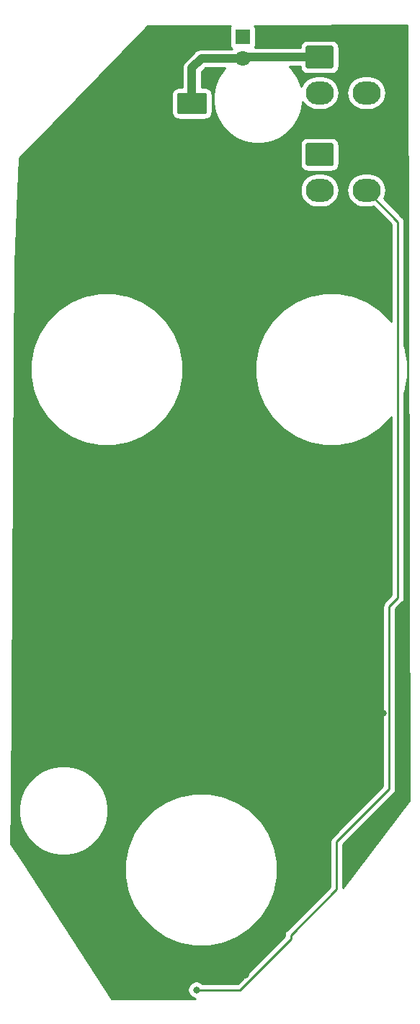
<source format=gbr>
%TF.GenerationSoftware,KiCad,Pcbnew,(5.1.6)-1*%
%TF.CreationDate,2020-12-18T17:52:59+11:00*%
%TF.ProjectId,APU Panel PCB V2,41505520-5061-46e6-956c-205043422056,rev?*%
%TF.SameCoordinates,Original*%
%TF.FileFunction,Copper,L2,Bot*%
%TF.FilePolarity,Positive*%
%FSLAX46Y46*%
G04 Gerber Fmt 4.6, Leading zero omitted, Abs format (unit mm)*
G04 Created by KiCad (PCBNEW (5.1.6)-1) date 2020-12-18 17:52:59*
%MOMM*%
%LPD*%
G01*
G04 APERTURE LIST*
%TA.AperFunction,ComponentPad*%
%ADD10O,3.300000X2.700000*%
%TD*%
%TA.AperFunction,ComponentPad*%
%ADD11C,1.800000*%
%TD*%
%TA.AperFunction,ComponentPad*%
%ADD12R,1.800000X1.800000*%
%TD*%
%TA.AperFunction,ViaPad*%
%ADD13C,0.800000*%
%TD*%
%TA.AperFunction,Conductor*%
%ADD14C,1.000000*%
%TD*%
%TA.AperFunction,Conductor*%
%ADD15C,0.250000*%
%TD*%
%TA.AperFunction,Conductor*%
%ADD16C,0.254000*%
%TD*%
G04 APERTURE END LIST*
D10*
%TO.P,J2,4*%
%TO.N,/DATAOUT*%
X110539160Y-74870420D03*
%TO.P,J2,3*%
%TO.N,/LEDGND*%
X110539160Y-70670420D03*
%TO.P,J2,2*%
%TO.N,/LED+5V*%
X105039160Y-74870420D03*
%TO.P,J2,1*%
%TA.AperFunction,ComponentPad*%
G36*
G01*
X103639161Y-69320420D02*
X106439159Y-69320420D01*
G75*
G02*
X106689160Y-69570421I0J-250001D01*
G01*
X106689160Y-71770419D01*
G75*
G02*
X106439159Y-72020420I-250001J0D01*
G01*
X103639161Y-72020420D01*
G75*
G02*
X103389160Y-71770419I0J250001D01*
G01*
X103389160Y-69570421D01*
G75*
G02*
X103639161Y-69320420I250001J0D01*
G01*
G37*
%TD.AperFunction*%
%TD*%
%TO.P,J1,4*%
%TO.N,/DATAIN*%
X110539160Y-63427720D03*
%TO.P,J1,3*%
%TO.N,/LEDGND*%
X110539160Y-59227720D03*
%TO.P,J1,2*%
%TO.N,/LED+5V*%
X105039160Y-63427720D03*
%TO.P,J1,1*%
%TA.AperFunction,ComponentPad*%
G36*
G01*
X103639161Y-57877720D02*
X106439159Y-57877720D01*
G75*
G02*
X106689160Y-58127721I0J-250001D01*
G01*
X106689160Y-60327719D01*
G75*
G02*
X106439159Y-60577720I-250001J0D01*
G01*
X103639161Y-60577720D01*
G75*
G02*
X103389160Y-60327719I0J250001D01*
G01*
X103389160Y-58127721D01*
G75*
G02*
X103639161Y-57877720I250001J0D01*
G01*
G37*
%TD.AperFunction*%
%TD*%
D11*
%TO.P,D21,2*%
%TO.N,/LED+5V*%
X95999300Y-59395360D03*
D12*
%TO.P,D21,1*%
%TO.N,Net-(D21-Pad1)*%
X95999300Y-56855360D03*
%TD*%
%TO.P,C1,2*%
%TO.N,/LEDGND*%
%TA.AperFunction,SMDPad,CuDef*%
G36*
G01*
X85290460Y-63673480D02*
X85290460Y-65673480D01*
G75*
G02*
X85040460Y-65923480I-250000J0D01*
G01*
X82040460Y-65923480D01*
G75*
G02*
X81790460Y-65673480I0J250000D01*
G01*
X81790460Y-63673480D01*
G75*
G02*
X82040460Y-63423480I250000J0D01*
G01*
X85040460Y-63423480D01*
G75*
G02*
X85290460Y-63673480I0J-250000D01*
G01*
G37*
%TD.AperFunction*%
%TO.P,C1,1*%
%TO.N,/LED+5V*%
%TA.AperFunction,SMDPad,CuDef*%
G36*
G01*
X91790460Y-63673480D02*
X91790460Y-65673480D01*
G75*
G02*
X91540460Y-65923480I-250000J0D01*
G01*
X88540460Y-65923480D01*
G75*
G02*
X88290460Y-65673480I0J250000D01*
G01*
X88290460Y-63673480D01*
G75*
G02*
X88540460Y-63423480I250000J0D01*
G01*
X91540460Y-63423480D01*
G75*
G02*
X91790460Y-63673480I0J-250000D01*
G01*
G37*
%TD.AperFunction*%
%TD*%
D13*
%TO.N,/LEDGND*%
X96393000Y-166987220D03*
X82016600Y-164195760D03*
X100944680Y-158224220D03*
X82181800Y-142151000D03*
X91795600Y-142283180D03*
X99982020Y-142242540D03*
X107965240Y-142295880D03*
X71262240Y-136362440D03*
X112514380Y-136253220D03*
X83822540Y-110878620D03*
X87579200Y-133637020D03*
X97312480Y-134157720D03*
X106609080Y-134391200D03*
X112892840Y-88516460D03*
X91564460Y-78325980D03*
X100189200Y-78179760D03*
X89484100Y-84734300D03*
X80837500Y-155587500D03*
X72600000Y-88450000D03*
%TO.N,/DATAOUT*%
X90556080Y-168752520D03*
%TD*%
D14*
%TO.N,/LED+5V*%
X90040460Y-64673480D02*
X90040460Y-60535820D01*
X91180920Y-59395360D02*
X95999300Y-59395360D01*
X90040460Y-60535820D02*
X91180920Y-59395360D01*
X96166940Y-59227720D02*
X95999300Y-59395360D01*
X105039160Y-59227720D02*
X96166940Y-59227720D01*
D15*
%TO.N,/DATAOUT*%
X114254280Y-122689282D02*
X114254280Y-78585540D01*
X113239381Y-123704181D02*
X114254280Y-122689282D01*
X107025440Y-151373840D02*
X113239381Y-145159899D01*
X95700702Y-168752520D02*
X101669681Y-162783541D01*
X101669681Y-162783541D02*
X101669681Y-162317599D01*
X90556080Y-168752520D02*
X95700702Y-168752520D01*
X113239381Y-145159899D02*
X113239381Y-123704181D01*
X101669681Y-162317599D02*
X107025440Y-156961840D01*
X114254280Y-78585540D02*
X110539160Y-74870420D01*
X107025440Y-156961840D02*
X107025440Y-151373840D01*
%TD*%
D16*
%TO.N,/LEDGND*%
G36*
X115569787Y-146489330D02*
G01*
X107785440Y-156758512D01*
X107785440Y-151688641D01*
X113750385Y-145723697D01*
X113779382Y-145699900D01*
X113874355Y-145584175D01*
X113944927Y-145452146D01*
X113988384Y-145308885D01*
X113999381Y-145197232D01*
X113999381Y-145197224D01*
X114003057Y-145159899D01*
X113999381Y-145122574D01*
X113999381Y-124018982D01*
X114765284Y-123253080D01*
X114794281Y-123229283D01*
X114847710Y-123164180D01*
X114889254Y-123113559D01*
X114959826Y-122981529D01*
X114967819Y-122955178D01*
X115003283Y-122838268D01*
X115014280Y-122726615D01*
X115014280Y-122726605D01*
X115017956Y-122689282D01*
X115014280Y-122651959D01*
X115014280Y-98609088D01*
X115058018Y-98503495D01*
X115402999Y-96769158D01*
X115402999Y-95000844D01*
X115058018Y-93266507D01*
X115014280Y-93160914D01*
X115014280Y-78622862D01*
X115017956Y-78585539D01*
X115014280Y-78548216D01*
X115014280Y-78548207D01*
X115003283Y-78436554D01*
X114959826Y-78293293D01*
X114889254Y-78161263D01*
X114818079Y-78074537D01*
X114794281Y-78045539D01*
X114765283Y-78021741D01*
X112575809Y-75832268D01*
X112681934Y-75633722D01*
X112795438Y-75259548D01*
X112833764Y-74870420D01*
X112795438Y-74481292D01*
X112681934Y-74107118D01*
X112497613Y-73762277D01*
X112249558Y-73460022D01*
X111947303Y-73211967D01*
X111602462Y-73027646D01*
X111228288Y-72914142D01*
X110936670Y-72885420D01*
X110141650Y-72885420D01*
X109850032Y-72914142D01*
X109475858Y-73027646D01*
X109131017Y-73211967D01*
X108828762Y-73460022D01*
X108580707Y-73762277D01*
X108396386Y-74107118D01*
X108282882Y-74481292D01*
X108244556Y-74870420D01*
X108282882Y-75259548D01*
X108396386Y-75633722D01*
X108580707Y-75978563D01*
X108828762Y-76280818D01*
X109131017Y-76528873D01*
X109475858Y-76713194D01*
X109850032Y-76826698D01*
X110141650Y-76855420D01*
X110936670Y-76855420D01*
X111228288Y-76826698D01*
X111375869Y-76781930D01*
X113494281Y-78900343D01*
X113494281Y-90305259D01*
X113398890Y-90162497D01*
X112148503Y-88912110D01*
X110678203Y-87929687D01*
X109044493Y-87252982D01*
X107310156Y-86908001D01*
X105541842Y-86908001D01*
X103807505Y-87252982D01*
X102173795Y-87929687D01*
X100703495Y-88912110D01*
X99453108Y-90162497D01*
X98470685Y-91632797D01*
X97793980Y-93266507D01*
X97448999Y-95000844D01*
X97448999Y-96769158D01*
X97793980Y-98503495D01*
X98470685Y-100137205D01*
X99453108Y-101607505D01*
X100703495Y-102857892D01*
X102173795Y-103840315D01*
X103807505Y-104517020D01*
X105541842Y-104862001D01*
X107310156Y-104862001D01*
X109044493Y-104517020D01*
X110678203Y-103840315D01*
X112148503Y-102857892D01*
X113398890Y-101607505D01*
X113494280Y-101464743D01*
X113494280Y-122374480D01*
X112728379Y-123140382D01*
X112699381Y-123164180D01*
X112675583Y-123193178D01*
X112675582Y-123193179D01*
X112604407Y-123279905D01*
X112533835Y-123411935D01*
X112490379Y-123555196D01*
X112475705Y-123704181D01*
X112479382Y-123741514D01*
X112479381Y-144845097D01*
X106514438Y-150810041D01*
X106485440Y-150833839D01*
X106461642Y-150862837D01*
X106461641Y-150862838D01*
X106390466Y-150949564D01*
X106319894Y-151081594D01*
X106276438Y-151224855D01*
X106261764Y-151373840D01*
X106265441Y-151411172D01*
X106265440Y-156647038D01*
X101158679Y-161753800D01*
X101129681Y-161777598D01*
X101034707Y-161893323D01*
X100964135Y-162025352D01*
X100920678Y-162168613D01*
X100909681Y-162280266D01*
X100909681Y-162280277D01*
X100906005Y-162317599D01*
X100909681Y-162354921D01*
X100909681Y-162468739D01*
X95385901Y-167992520D01*
X91259791Y-167992520D01*
X91215854Y-167948583D01*
X91046336Y-167835315D01*
X90857978Y-167757294D01*
X90658019Y-167717520D01*
X90454141Y-167717520D01*
X90254182Y-167757294D01*
X90065824Y-167835315D01*
X89896306Y-167948583D01*
X89752143Y-168092746D01*
X89638875Y-168262264D01*
X89560854Y-168450622D01*
X89521080Y-168650581D01*
X89521080Y-168854459D01*
X89560854Y-169054418D01*
X89638875Y-169242776D01*
X89752143Y-169412294D01*
X89896306Y-169556457D01*
X90065824Y-169669725D01*
X90254182Y-169747746D01*
X90386171Y-169774000D01*
X80621804Y-169774000D01*
X70178967Y-153738344D01*
X82145500Y-153738344D01*
X82145500Y-155506658D01*
X82490481Y-157240995D01*
X83167186Y-158874705D01*
X84149609Y-160345005D01*
X85399996Y-161595392D01*
X86870296Y-162577815D01*
X88504006Y-163254520D01*
X90238343Y-163599501D01*
X92006657Y-163599501D01*
X93740994Y-163254520D01*
X95374704Y-162577815D01*
X96845004Y-161595392D01*
X98095391Y-160345005D01*
X99077814Y-158874705D01*
X99754519Y-157240995D01*
X100099500Y-155506658D01*
X100099500Y-153738344D01*
X99754519Y-152004007D01*
X99077814Y-150370297D01*
X98095391Y-148899997D01*
X96845004Y-147649610D01*
X95374704Y-146667187D01*
X93740994Y-145990482D01*
X92006657Y-145645501D01*
X90238343Y-145645501D01*
X88504006Y-145990482D01*
X86870296Y-146667187D01*
X85399996Y-147649610D01*
X84149609Y-148899997D01*
X83167186Y-150370297D01*
X82490481Y-152004007D01*
X82145500Y-153738344D01*
X70178967Y-153738344D01*
X68784262Y-151596685D01*
X68817163Y-147181262D01*
X69652999Y-147181262D01*
X69652999Y-148220740D01*
X69855791Y-149240245D01*
X70253582Y-150200598D01*
X70831086Y-151064892D01*
X71566108Y-151799914D01*
X72430402Y-152377418D01*
X73390755Y-152775209D01*
X74410260Y-152978001D01*
X75449738Y-152978001D01*
X76469243Y-152775209D01*
X77429596Y-152377418D01*
X78293890Y-151799914D01*
X79028912Y-151064892D01*
X79606416Y-150200598D01*
X80004207Y-149240245D01*
X80206999Y-148220740D01*
X80206999Y-147181262D01*
X80004207Y-146161757D01*
X79606416Y-145201404D01*
X79028912Y-144337110D01*
X78293890Y-143602088D01*
X77429596Y-143024584D01*
X76469243Y-142626793D01*
X75449738Y-142424001D01*
X74410260Y-142424001D01*
X73390755Y-142626793D01*
X72430402Y-143024584D01*
X71566108Y-143602088D01*
X70831086Y-144337110D01*
X70253582Y-145201404D01*
X69855791Y-146161757D01*
X69652999Y-147181262D01*
X68817163Y-147181262D01*
X69205988Y-95000844D01*
X71033000Y-95000844D01*
X71033000Y-96769158D01*
X71377981Y-98503495D01*
X72054686Y-100137205D01*
X73037109Y-101607505D01*
X74287496Y-102857892D01*
X75757796Y-103840315D01*
X77391506Y-104517020D01*
X79125843Y-104862001D01*
X80894157Y-104862001D01*
X82628494Y-104517020D01*
X84262204Y-103840315D01*
X85732504Y-102857892D01*
X86982891Y-101607505D01*
X87965314Y-100137205D01*
X88642019Y-98503495D01*
X88987000Y-96769158D01*
X88987000Y-95000844D01*
X88642019Y-93266507D01*
X87965314Y-91632797D01*
X86982891Y-90162497D01*
X85732504Y-88912110D01*
X84262204Y-87929687D01*
X82628494Y-87252982D01*
X80894157Y-86908001D01*
X79125843Y-86908001D01*
X77391506Y-87252982D01*
X75757796Y-87929687D01*
X74287496Y-88912110D01*
X73037109Y-90162497D01*
X72054686Y-91632797D01*
X71377981Y-93266507D01*
X71033000Y-95000844D01*
X69205988Y-95000844D01*
X69290702Y-83632339D01*
X69638397Y-74870420D01*
X102744556Y-74870420D01*
X102782882Y-75259548D01*
X102896386Y-75633722D01*
X103080707Y-75978563D01*
X103328762Y-76280818D01*
X103631017Y-76528873D01*
X103975858Y-76713194D01*
X104350032Y-76826698D01*
X104641650Y-76855420D01*
X105436670Y-76855420D01*
X105728288Y-76826698D01*
X106102462Y-76713194D01*
X106447303Y-76528873D01*
X106749558Y-76280818D01*
X106997613Y-75978563D01*
X107181934Y-75633722D01*
X107295438Y-75259548D01*
X107333764Y-74870420D01*
X107295438Y-74481292D01*
X107181934Y-74107118D01*
X106997613Y-73762277D01*
X106749558Y-73460022D01*
X106447303Y-73211967D01*
X106102462Y-73027646D01*
X105728288Y-72914142D01*
X105436670Y-72885420D01*
X104641650Y-72885420D01*
X104350032Y-72914142D01*
X103975858Y-73027646D01*
X103631017Y-73211967D01*
X103328762Y-73460022D01*
X103080707Y-73762277D01*
X102896386Y-74107118D01*
X102782882Y-74481292D01*
X102744556Y-74870420D01*
X69638397Y-74870420D01*
X69788239Y-71094412D01*
X71273153Y-69570421D01*
X102751088Y-69570421D01*
X102751088Y-71770419D01*
X102768152Y-71943673D01*
X102818689Y-72110270D01*
X102900755Y-72263806D01*
X103011199Y-72398381D01*
X103145774Y-72508825D01*
X103299310Y-72590891D01*
X103465907Y-72641428D01*
X103639161Y-72658492D01*
X106439159Y-72658492D01*
X106612413Y-72641428D01*
X106779010Y-72590891D01*
X106932546Y-72508825D01*
X107067121Y-72398381D01*
X107177565Y-72263806D01*
X107259631Y-72110270D01*
X107310168Y-71943673D01*
X107327232Y-71770419D01*
X107327232Y-69570421D01*
X107310168Y-69397167D01*
X107259631Y-69230570D01*
X107177565Y-69077034D01*
X107067121Y-68942459D01*
X106932546Y-68832015D01*
X106779010Y-68749949D01*
X106612413Y-68699412D01*
X106439159Y-68682348D01*
X103639161Y-68682348D01*
X103465907Y-68699412D01*
X103299310Y-68749949D01*
X103145774Y-68832015D01*
X103011199Y-68942459D01*
X102900755Y-69077034D01*
X102818689Y-69230570D01*
X102768152Y-69397167D01*
X102751088Y-69570421D01*
X71273153Y-69570421D01*
X84861732Y-55624249D01*
X94588322Y-55577033D01*
X94568763Y-55600866D01*
X94509798Y-55711180D01*
X94473488Y-55830878D01*
X94461228Y-55955360D01*
X94461228Y-57755360D01*
X94473488Y-57879842D01*
X94509798Y-57999540D01*
X94568763Y-58109854D01*
X94648115Y-58206545D01*
X94713689Y-58260360D01*
X91236671Y-58260360D01*
X91180920Y-58254869D01*
X91125168Y-58260360D01*
X90958421Y-58276783D01*
X90744473Y-58341684D01*
X90547297Y-58447076D01*
X90374471Y-58588911D01*
X90338931Y-58632217D01*
X89277320Y-59693829D01*
X89234012Y-59729371D01*
X89092177Y-59902197D01*
X89044784Y-59990863D01*
X88986784Y-60099374D01*
X88921883Y-60313322D01*
X88899969Y-60535820D01*
X88905461Y-60591581D01*
X88905460Y-62785408D01*
X88540460Y-62785408D01*
X88367206Y-62802472D01*
X88200610Y-62853008D01*
X88047074Y-62935075D01*
X87912498Y-63045518D01*
X87802055Y-63180094D01*
X87719988Y-63333630D01*
X87669452Y-63500226D01*
X87652388Y-63673480D01*
X87652388Y-65673480D01*
X87669452Y-65846734D01*
X87719988Y-66013330D01*
X87802055Y-66166866D01*
X87912498Y-66301442D01*
X88047074Y-66411885D01*
X88200610Y-66493952D01*
X88367206Y-66544488D01*
X88540460Y-66561552D01*
X91540460Y-66561552D01*
X91713714Y-66544488D01*
X91880310Y-66493952D01*
X92033846Y-66411885D01*
X92168422Y-66301442D01*
X92278865Y-66166866D01*
X92360932Y-66013330D01*
X92411468Y-65846734D01*
X92428532Y-65673480D01*
X92428532Y-63673480D01*
X92411468Y-63500226D01*
X92360932Y-63333630D01*
X92278865Y-63180094D01*
X92168422Y-63045518D01*
X92033846Y-62935075D01*
X91880310Y-62853008D01*
X91713714Y-62802472D01*
X91540460Y-62785408D01*
X91175460Y-62785408D01*
X91175460Y-61005951D01*
X91651052Y-60530360D01*
X93931836Y-60530360D01*
X93691086Y-60771110D01*
X93113582Y-61635404D01*
X92715791Y-62595757D01*
X92512999Y-63615262D01*
X92512999Y-64654740D01*
X92715791Y-65674245D01*
X93113582Y-66634598D01*
X93691086Y-67498892D01*
X94426108Y-68233914D01*
X95290402Y-68811418D01*
X96250755Y-69209209D01*
X97270260Y-69412001D01*
X98309738Y-69412001D01*
X99329243Y-69209209D01*
X100289596Y-68811418D01*
X101153890Y-68233914D01*
X101888912Y-67498892D01*
X102466416Y-66634598D01*
X102864207Y-65674245D01*
X103066999Y-64654740D01*
X103066999Y-64510217D01*
X103080707Y-64535863D01*
X103328762Y-64838118D01*
X103631017Y-65086173D01*
X103975858Y-65270494D01*
X104350032Y-65383998D01*
X104641650Y-65412720D01*
X105436670Y-65412720D01*
X105728288Y-65383998D01*
X106102462Y-65270494D01*
X106447303Y-65086173D01*
X106749558Y-64838118D01*
X106997613Y-64535863D01*
X107181934Y-64191022D01*
X107295438Y-63816848D01*
X107333764Y-63427720D01*
X108244556Y-63427720D01*
X108282882Y-63816848D01*
X108396386Y-64191022D01*
X108580707Y-64535863D01*
X108828762Y-64838118D01*
X109131017Y-65086173D01*
X109475858Y-65270494D01*
X109850032Y-65383998D01*
X110141650Y-65412720D01*
X110936670Y-65412720D01*
X111228288Y-65383998D01*
X111602462Y-65270494D01*
X111947303Y-65086173D01*
X112249558Y-64838118D01*
X112497613Y-64535863D01*
X112681934Y-64191022D01*
X112795438Y-63816848D01*
X112833764Y-63427720D01*
X112795438Y-63038592D01*
X112681934Y-62664418D01*
X112497613Y-62319577D01*
X112249558Y-62017322D01*
X111947303Y-61769267D01*
X111602462Y-61584946D01*
X111228288Y-61471442D01*
X110936670Y-61442720D01*
X110141650Y-61442720D01*
X109850032Y-61471442D01*
X109475858Y-61584946D01*
X109131017Y-61769267D01*
X108828762Y-62017322D01*
X108580707Y-62319577D01*
X108396386Y-62664418D01*
X108282882Y-63038592D01*
X108244556Y-63427720D01*
X107333764Y-63427720D01*
X107295438Y-63038592D01*
X107181934Y-62664418D01*
X106997613Y-62319577D01*
X106749558Y-62017322D01*
X106447303Y-61769267D01*
X106102462Y-61584946D01*
X105728288Y-61471442D01*
X105436670Y-61442720D01*
X104641650Y-61442720D01*
X104350032Y-61471442D01*
X103975858Y-61584946D01*
X103631017Y-61769267D01*
X103328762Y-62017322D01*
X103080707Y-62319577D01*
X102896386Y-62664418D01*
X102885200Y-62701294D01*
X102864207Y-62595757D01*
X102466416Y-61635404D01*
X101888912Y-60771110D01*
X101480522Y-60362720D01*
X102754535Y-60362720D01*
X102768152Y-60500973D01*
X102818689Y-60667570D01*
X102900755Y-60821106D01*
X103011199Y-60955681D01*
X103145774Y-61066125D01*
X103299310Y-61148191D01*
X103465907Y-61198728D01*
X103639161Y-61215792D01*
X106439159Y-61215792D01*
X106612413Y-61198728D01*
X106779010Y-61148191D01*
X106932546Y-61066125D01*
X107067121Y-60955681D01*
X107177565Y-60821106D01*
X107259631Y-60667570D01*
X107310168Y-60500973D01*
X107327232Y-60327719D01*
X107327232Y-58127721D01*
X107310168Y-57954467D01*
X107259631Y-57787870D01*
X107177565Y-57634334D01*
X107067121Y-57499759D01*
X106932546Y-57389315D01*
X106779010Y-57307249D01*
X106612413Y-57256712D01*
X106439159Y-57239648D01*
X103639161Y-57239648D01*
X103465907Y-57256712D01*
X103299310Y-57307249D01*
X103145774Y-57389315D01*
X103011199Y-57499759D01*
X102900755Y-57634334D01*
X102818689Y-57787870D01*
X102768152Y-57954467D01*
X102754535Y-58092720D01*
X97438995Y-58092720D01*
X97488802Y-57999540D01*
X97525112Y-57879842D01*
X97537372Y-57755360D01*
X97537372Y-55955360D01*
X97525112Y-55830878D01*
X97488802Y-55711180D01*
X97429837Y-55600866D01*
X97399080Y-55563388D01*
X115318231Y-55476402D01*
X115569787Y-146489330D01*
G37*
X115569787Y-146489330D02*
X107785440Y-156758512D01*
X107785440Y-151688641D01*
X113750385Y-145723697D01*
X113779382Y-145699900D01*
X113874355Y-145584175D01*
X113944927Y-145452146D01*
X113988384Y-145308885D01*
X113999381Y-145197232D01*
X113999381Y-145197224D01*
X114003057Y-145159899D01*
X113999381Y-145122574D01*
X113999381Y-124018982D01*
X114765284Y-123253080D01*
X114794281Y-123229283D01*
X114847710Y-123164180D01*
X114889254Y-123113559D01*
X114959826Y-122981529D01*
X114967819Y-122955178D01*
X115003283Y-122838268D01*
X115014280Y-122726615D01*
X115014280Y-122726605D01*
X115017956Y-122689282D01*
X115014280Y-122651959D01*
X115014280Y-98609088D01*
X115058018Y-98503495D01*
X115402999Y-96769158D01*
X115402999Y-95000844D01*
X115058018Y-93266507D01*
X115014280Y-93160914D01*
X115014280Y-78622862D01*
X115017956Y-78585539D01*
X115014280Y-78548216D01*
X115014280Y-78548207D01*
X115003283Y-78436554D01*
X114959826Y-78293293D01*
X114889254Y-78161263D01*
X114818079Y-78074537D01*
X114794281Y-78045539D01*
X114765283Y-78021741D01*
X112575809Y-75832268D01*
X112681934Y-75633722D01*
X112795438Y-75259548D01*
X112833764Y-74870420D01*
X112795438Y-74481292D01*
X112681934Y-74107118D01*
X112497613Y-73762277D01*
X112249558Y-73460022D01*
X111947303Y-73211967D01*
X111602462Y-73027646D01*
X111228288Y-72914142D01*
X110936670Y-72885420D01*
X110141650Y-72885420D01*
X109850032Y-72914142D01*
X109475858Y-73027646D01*
X109131017Y-73211967D01*
X108828762Y-73460022D01*
X108580707Y-73762277D01*
X108396386Y-74107118D01*
X108282882Y-74481292D01*
X108244556Y-74870420D01*
X108282882Y-75259548D01*
X108396386Y-75633722D01*
X108580707Y-75978563D01*
X108828762Y-76280818D01*
X109131017Y-76528873D01*
X109475858Y-76713194D01*
X109850032Y-76826698D01*
X110141650Y-76855420D01*
X110936670Y-76855420D01*
X111228288Y-76826698D01*
X111375869Y-76781930D01*
X113494281Y-78900343D01*
X113494281Y-90305259D01*
X113398890Y-90162497D01*
X112148503Y-88912110D01*
X110678203Y-87929687D01*
X109044493Y-87252982D01*
X107310156Y-86908001D01*
X105541842Y-86908001D01*
X103807505Y-87252982D01*
X102173795Y-87929687D01*
X100703495Y-88912110D01*
X99453108Y-90162497D01*
X98470685Y-91632797D01*
X97793980Y-93266507D01*
X97448999Y-95000844D01*
X97448999Y-96769158D01*
X97793980Y-98503495D01*
X98470685Y-100137205D01*
X99453108Y-101607505D01*
X100703495Y-102857892D01*
X102173795Y-103840315D01*
X103807505Y-104517020D01*
X105541842Y-104862001D01*
X107310156Y-104862001D01*
X109044493Y-104517020D01*
X110678203Y-103840315D01*
X112148503Y-102857892D01*
X113398890Y-101607505D01*
X113494280Y-101464743D01*
X113494280Y-122374480D01*
X112728379Y-123140382D01*
X112699381Y-123164180D01*
X112675583Y-123193178D01*
X112675582Y-123193179D01*
X112604407Y-123279905D01*
X112533835Y-123411935D01*
X112490379Y-123555196D01*
X112475705Y-123704181D01*
X112479382Y-123741514D01*
X112479381Y-144845097D01*
X106514438Y-150810041D01*
X106485440Y-150833839D01*
X106461642Y-150862837D01*
X106461641Y-150862838D01*
X106390466Y-150949564D01*
X106319894Y-151081594D01*
X106276438Y-151224855D01*
X106261764Y-151373840D01*
X106265441Y-151411172D01*
X106265440Y-156647038D01*
X101158679Y-161753800D01*
X101129681Y-161777598D01*
X101034707Y-161893323D01*
X100964135Y-162025352D01*
X100920678Y-162168613D01*
X100909681Y-162280266D01*
X100909681Y-162280277D01*
X100906005Y-162317599D01*
X100909681Y-162354921D01*
X100909681Y-162468739D01*
X95385901Y-167992520D01*
X91259791Y-167992520D01*
X91215854Y-167948583D01*
X91046336Y-167835315D01*
X90857978Y-167757294D01*
X90658019Y-167717520D01*
X90454141Y-167717520D01*
X90254182Y-167757294D01*
X90065824Y-167835315D01*
X89896306Y-167948583D01*
X89752143Y-168092746D01*
X89638875Y-168262264D01*
X89560854Y-168450622D01*
X89521080Y-168650581D01*
X89521080Y-168854459D01*
X89560854Y-169054418D01*
X89638875Y-169242776D01*
X89752143Y-169412294D01*
X89896306Y-169556457D01*
X90065824Y-169669725D01*
X90254182Y-169747746D01*
X90386171Y-169774000D01*
X80621804Y-169774000D01*
X70178967Y-153738344D01*
X82145500Y-153738344D01*
X82145500Y-155506658D01*
X82490481Y-157240995D01*
X83167186Y-158874705D01*
X84149609Y-160345005D01*
X85399996Y-161595392D01*
X86870296Y-162577815D01*
X88504006Y-163254520D01*
X90238343Y-163599501D01*
X92006657Y-163599501D01*
X93740994Y-163254520D01*
X95374704Y-162577815D01*
X96845004Y-161595392D01*
X98095391Y-160345005D01*
X99077814Y-158874705D01*
X99754519Y-157240995D01*
X100099500Y-155506658D01*
X100099500Y-153738344D01*
X99754519Y-152004007D01*
X99077814Y-150370297D01*
X98095391Y-148899997D01*
X96845004Y-147649610D01*
X95374704Y-146667187D01*
X93740994Y-145990482D01*
X92006657Y-145645501D01*
X90238343Y-145645501D01*
X88504006Y-145990482D01*
X86870296Y-146667187D01*
X85399996Y-147649610D01*
X84149609Y-148899997D01*
X83167186Y-150370297D01*
X82490481Y-152004007D01*
X82145500Y-153738344D01*
X70178967Y-153738344D01*
X68784262Y-151596685D01*
X68817163Y-147181262D01*
X69652999Y-147181262D01*
X69652999Y-148220740D01*
X69855791Y-149240245D01*
X70253582Y-150200598D01*
X70831086Y-151064892D01*
X71566108Y-151799914D01*
X72430402Y-152377418D01*
X73390755Y-152775209D01*
X74410260Y-152978001D01*
X75449738Y-152978001D01*
X76469243Y-152775209D01*
X77429596Y-152377418D01*
X78293890Y-151799914D01*
X79028912Y-151064892D01*
X79606416Y-150200598D01*
X80004207Y-149240245D01*
X80206999Y-148220740D01*
X80206999Y-147181262D01*
X80004207Y-146161757D01*
X79606416Y-145201404D01*
X79028912Y-144337110D01*
X78293890Y-143602088D01*
X77429596Y-143024584D01*
X76469243Y-142626793D01*
X75449738Y-142424001D01*
X74410260Y-142424001D01*
X73390755Y-142626793D01*
X72430402Y-143024584D01*
X71566108Y-143602088D01*
X70831086Y-144337110D01*
X70253582Y-145201404D01*
X69855791Y-146161757D01*
X69652999Y-147181262D01*
X68817163Y-147181262D01*
X69205988Y-95000844D01*
X71033000Y-95000844D01*
X71033000Y-96769158D01*
X71377981Y-98503495D01*
X72054686Y-100137205D01*
X73037109Y-101607505D01*
X74287496Y-102857892D01*
X75757796Y-103840315D01*
X77391506Y-104517020D01*
X79125843Y-104862001D01*
X80894157Y-104862001D01*
X82628494Y-104517020D01*
X84262204Y-103840315D01*
X85732504Y-102857892D01*
X86982891Y-101607505D01*
X87965314Y-100137205D01*
X88642019Y-98503495D01*
X88987000Y-96769158D01*
X88987000Y-95000844D01*
X88642019Y-93266507D01*
X87965314Y-91632797D01*
X86982891Y-90162497D01*
X85732504Y-88912110D01*
X84262204Y-87929687D01*
X82628494Y-87252982D01*
X80894157Y-86908001D01*
X79125843Y-86908001D01*
X77391506Y-87252982D01*
X75757796Y-87929687D01*
X74287496Y-88912110D01*
X73037109Y-90162497D01*
X72054686Y-91632797D01*
X71377981Y-93266507D01*
X71033000Y-95000844D01*
X69205988Y-95000844D01*
X69290702Y-83632339D01*
X69638397Y-74870420D01*
X102744556Y-74870420D01*
X102782882Y-75259548D01*
X102896386Y-75633722D01*
X103080707Y-75978563D01*
X103328762Y-76280818D01*
X103631017Y-76528873D01*
X103975858Y-76713194D01*
X104350032Y-76826698D01*
X104641650Y-76855420D01*
X105436670Y-76855420D01*
X105728288Y-76826698D01*
X106102462Y-76713194D01*
X106447303Y-76528873D01*
X106749558Y-76280818D01*
X106997613Y-75978563D01*
X107181934Y-75633722D01*
X107295438Y-75259548D01*
X107333764Y-74870420D01*
X107295438Y-74481292D01*
X107181934Y-74107118D01*
X106997613Y-73762277D01*
X106749558Y-73460022D01*
X106447303Y-73211967D01*
X106102462Y-73027646D01*
X105728288Y-72914142D01*
X105436670Y-72885420D01*
X104641650Y-72885420D01*
X104350032Y-72914142D01*
X103975858Y-73027646D01*
X103631017Y-73211967D01*
X103328762Y-73460022D01*
X103080707Y-73762277D01*
X102896386Y-74107118D01*
X102782882Y-74481292D01*
X102744556Y-74870420D01*
X69638397Y-74870420D01*
X69788239Y-71094412D01*
X71273153Y-69570421D01*
X102751088Y-69570421D01*
X102751088Y-71770419D01*
X102768152Y-71943673D01*
X102818689Y-72110270D01*
X102900755Y-72263806D01*
X103011199Y-72398381D01*
X103145774Y-72508825D01*
X103299310Y-72590891D01*
X103465907Y-72641428D01*
X103639161Y-72658492D01*
X106439159Y-72658492D01*
X106612413Y-72641428D01*
X106779010Y-72590891D01*
X106932546Y-72508825D01*
X107067121Y-72398381D01*
X107177565Y-72263806D01*
X107259631Y-72110270D01*
X107310168Y-71943673D01*
X107327232Y-71770419D01*
X107327232Y-69570421D01*
X107310168Y-69397167D01*
X107259631Y-69230570D01*
X107177565Y-69077034D01*
X107067121Y-68942459D01*
X106932546Y-68832015D01*
X106779010Y-68749949D01*
X106612413Y-68699412D01*
X106439159Y-68682348D01*
X103639161Y-68682348D01*
X103465907Y-68699412D01*
X103299310Y-68749949D01*
X103145774Y-68832015D01*
X103011199Y-68942459D01*
X102900755Y-69077034D01*
X102818689Y-69230570D01*
X102768152Y-69397167D01*
X102751088Y-69570421D01*
X71273153Y-69570421D01*
X84861732Y-55624249D01*
X94588322Y-55577033D01*
X94568763Y-55600866D01*
X94509798Y-55711180D01*
X94473488Y-55830878D01*
X94461228Y-55955360D01*
X94461228Y-57755360D01*
X94473488Y-57879842D01*
X94509798Y-57999540D01*
X94568763Y-58109854D01*
X94648115Y-58206545D01*
X94713689Y-58260360D01*
X91236671Y-58260360D01*
X91180920Y-58254869D01*
X91125168Y-58260360D01*
X90958421Y-58276783D01*
X90744473Y-58341684D01*
X90547297Y-58447076D01*
X90374471Y-58588911D01*
X90338931Y-58632217D01*
X89277320Y-59693829D01*
X89234012Y-59729371D01*
X89092177Y-59902197D01*
X89044784Y-59990863D01*
X88986784Y-60099374D01*
X88921883Y-60313322D01*
X88899969Y-60535820D01*
X88905461Y-60591581D01*
X88905460Y-62785408D01*
X88540460Y-62785408D01*
X88367206Y-62802472D01*
X88200610Y-62853008D01*
X88047074Y-62935075D01*
X87912498Y-63045518D01*
X87802055Y-63180094D01*
X87719988Y-63333630D01*
X87669452Y-63500226D01*
X87652388Y-63673480D01*
X87652388Y-65673480D01*
X87669452Y-65846734D01*
X87719988Y-66013330D01*
X87802055Y-66166866D01*
X87912498Y-66301442D01*
X88047074Y-66411885D01*
X88200610Y-66493952D01*
X88367206Y-66544488D01*
X88540460Y-66561552D01*
X91540460Y-66561552D01*
X91713714Y-66544488D01*
X91880310Y-66493952D01*
X92033846Y-66411885D01*
X92168422Y-66301442D01*
X92278865Y-66166866D01*
X92360932Y-66013330D01*
X92411468Y-65846734D01*
X92428532Y-65673480D01*
X92428532Y-63673480D01*
X92411468Y-63500226D01*
X92360932Y-63333630D01*
X92278865Y-63180094D01*
X92168422Y-63045518D01*
X92033846Y-62935075D01*
X91880310Y-62853008D01*
X91713714Y-62802472D01*
X91540460Y-62785408D01*
X91175460Y-62785408D01*
X91175460Y-61005951D01*
X91651052Y-60530360D01*
X93931836Y-60530360D01*
X93691086Y-60771110D01*
X93113582Y-61635404D01*
X92715791Y-62595757D01*
X92512999Y-63615262D01*
X92512999Y-64654740D01*
X92715791Y-65674245D01*
X93113582Y-66634598D01*
X93691086Y-67498892D01*
X94426108Y-68233914D01*
X95290402Y-68811418D01*
X96250755Y-69209209D01*
X97270260Y-69412001D01*
X98309738Y-69412001D01*
X99329243Y-69209209D01*
X100289596Y-68811418D01*
X101153890Y-68233914D01*
X101888912Y-67498892D01*
X102466416Y-66634598D01*
X102864207Y-65674245D01*
X103066999Y-64654740D01*
X103066999Y-64510217D01*
X103080707Y-64535863D01*
X103328762Y-64838118D01*
X103631017Y-65086173D01*
X103975858Y-65270494D01*
X104350032Y-65383998D01*
X104641650Y-65412720D01*
X105436670Y-65412720D01*
X105728288Y-65383998D01*
X106102462Y-65270494D01*
X106447303Y-65086173D01*
X106749558Y-64838118D01*
X106997613Y-64535863D01*
X107181934Y-64191022D01*
X107295438Y-63816848D01*
X107333764Y-63427720D01*
X108244556Y-63427720D01*
X108282882Y-63816848D01*
X108396386Y-64191022D01*
X108580707Y-64535863D01*
X108828762Y-64838118D01*
X109131017Y-65086173D01*
X109475858Y-65270494D01*
X109850032Y-65383998D01*
X110141650Y-65412720D01*
X110936670Y-65412720D01*
X111228288Y-65383998D01*
X111602462Y-65270494D01*
X111947303Y-65086173D01*
X112249558Y-64838118D01*
X112497613Y-64535863D01*
X112681934Y-64191022D01*
X112795438Y-63816848D01*
X112833764Y-63427720D01*
X112795438Y-63038592D01*
X112681934Y-62664418D01*
X112497613Y-62319577D01*
X112249558Y-62017322D01*
X111947303Y-61769267D01*
X111602462Y-61584946D01*
X111228288Y-61471442D01*
X110936670Y-61442720D01*
X110141650Y-61442720D01*
X109850032Y-61471442D01*
X109475858Y-61584946D01*
X109131017Y-61769267D01*
X108828762Y-62017322D01*
X108580707Y-62319577D01*
X108396386Y-62664418D01*
X108282882Y-63038592D01*
X108244556Y-63427720D01*
X107333764Y-63427720D01*
X107295438Y-63038592D01*
X107181934Y-62664418D01*
X106997613Y-62319577D01*
X106749558Y-62017322D01*
X106447303Y-61769267D01*
X106102462Y-61584946D01*
X105728288Y-61471442D01*
X105436670Y-61442720D01*
X104641650Y-61442720D01*
X104350032Y-61471442D01*
X103975858Y-61584946D01*
X103631017Y-61769267D01*
X103328762Y-62017322D01*
X103080707Y-62319577D01*
X102896386Y-62664418D01*
X102885200Y-62701294D01*
X102864207Y-62595757D01*
X102466416Y-61635404D01*
X101888912Y-60771110D01*
X101480522Y-60362720D01*
X102754535Y-60362720D01*
X102768152Y-60500973D01*
X102818689Y-60667570D01*
X102900755Y-60821106D01*
X103011199Y-60955681D01*
X103145774Y-61066125D01*
X103299310Y-61148191D01*
X103465907Y-61198728D01*
X103639161Y-61215792D01*
X106439159Y-61215792D01*
X106612413Y-61198728D01*
X106779010Y-61148191D01*
X106932546Y-61066125D01*
X107067121Y-60955681D01*
X107177565Y-60821106D01*
X107259631Y-60667570D01*
X107310168Y-60500973D01*
X107327232Y-60327719D01*
X107327232Y-58127721D01*
X107310168Y-57954467D01*
X107259631Y-57787870D01*
X107177565Y-57634334D01*
X107067121Y-57499759D01*
X106932546Y-57389315D01*
X106779010Y-57307249D01*
X106612413Y-57256712D01*
X106439159Y-57239648D01*
X103639161Y-57239648D01*
X103465907Y-57256712D01*
X103299310Y-57307249D01*
X103145774Y-57389315D01*
X103011199Y-57499759D01*
X102900755Y-57634334D01*
X102818689Y-57787870D01*
X102768152Y-57954467D01*
X102754535Y-58092720D01*
X97438995Y-58092720D01*
X97488802Y-57999540D01*
X97525112Y-57879842D01*
X97537372Y-57755360D01*
X97537372Y-55955360D01*
X97525112Y-55830878D01*
X97488802Y-55711180D01*
X97429837Y-55600866D01*
X97399080Y-55563388D01*
X115318231Y-55476402D01*
X115569787Y-146489330D01*
%TD*%
M02*

</source>
